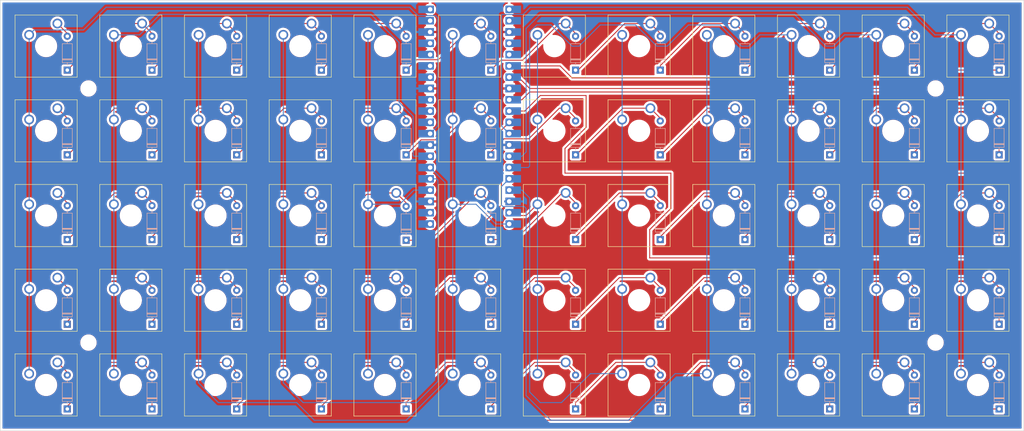
<source format=kicad_pcb>
(kicad_pcb (version 20211014) (generator pcbnew)
  (layers (0 "F.Cu" signal) (31 "B.Cu" signal) (34 "B.Paste" user) (35 "F.Paste" user) (36 "B.SilkS" user "B.Silkscreen") (37 "F.SilkS" user "F.Silkscreen") (38 "B.Mask" user) (39 "F.Mask" user) (44 "Edge.Cuts" user))
  (net 0 "")
  (net 1 "Net-(D1-Pad1)")
  (net 2 "Net-(D1-Pad2)")
  (net 3 "Net-(D2-Pad1)")
  (net 4 "Net-(D3-Pad1)")
  (net 5 "Net-(D4-Pad1)")
  (net 6 "Net-(D5-Pad1)")
  (net 7 "Net-(D6-Pad1)")
  (net 8 "Net-(D7-Pad1)")
  (net 9 "Net-(D8-Pad1)")
  (net 10 "Net-(D10-Pad1)")
  (net 11 "Net-(D11-Pad1)")
  (net 12 "Net-(D13-Pad1)")
  (net 13 "Net-(D13-Pad2)")
  (net 14 "Net-(D14-Pad1)")
  (net 15 "Net-(D15-Pad1)")
  (net 16 "Net-(D16-Pad1)")
  (net 17 "Net-(D17-Pad1)")
  (net 18 "Net-(D18-Pad1)")
  (net 19 "Net-(D19-Pad1)")
  (net 20 "Net-(D20-Pad1)")
  (net 21 "Net-(D22-Pad1)")
  (net 22 "Net-(D23-Pad1)")
  (net 23 "Net-(D24-Pad1)")
  (net 24 "Net-(D25-Pad1)")
  (net 25 "Net-(D25-Pad2)")
  (net 26 "Net-(D26-Pad1)")
  (net 27 "Net-(D27-Pad1)")
  (net 28 "Net-(D28-Pad1)")
  (net 29 "Net-(D29-Pad1)")
  (net 30 "Net-(D30-Pad1)")
  (net 31 "Net-(D31-Pad1)")
  (net 32 "Net-(D32-Pad1)")
  (net 33 "Net-(D33-Pad1)")
  (net 34 "Net-(D34-Pad1)")
  (net 35 "Net-(D35-Pad1)")
  (net 36 "Net-(D36-Pad1)")
  (net 37 "Net-(D37-Pad1)")
  (net 38 "Net-(D37-Pad2)")
  (net 39 "Net-(D38-Pad1)")
  (net 40 "Net-(D39-Pad1)")
  (net 41 "Net-(D40-Pad1)")
  (net 42 "Net-(D41-Pad1)")
  (net 43 "Net-(D42-Pad1)")
  (net 44 "Net-(D43-Pad1)")
  (net 45 "Net-(D44-Pad1)")
  (net 46 "Net-(D45-Pad1)")
  (net 47 "Net-(D46-Pad1)")
  (net 48 "Net-(D47-Pad1)")
  (net 49 "Net-(D48-Pad1)")
  (net 50 "Net-(SW21-Pad2)")
  (net 64 "Net-(D9-Pad1)")
  (net 65 "Net-(U1-Pad24)")
  (net 66 "Net-(D22-Pad2)")
  (net 67 "Net-(D49-Pad1)")
  (net 68 "Net-(SW49-Pad1)")
  (net 69 "Net-(D50-Pad1)")
  (net 70 "Net-(D51-Pad1)")
  (net 71 "Net-(D52-Pad1)")
  (net 72 "Net-(D53-Pad1)")
  (net 73 "Net-(D54-Pad1)")
  (net 74 "Net-(D55-Pad1)")
  (net 75 "Net-(D56-Pad1)")
  (net 76 "Net-(D57-Pad1)")
  (net 77 "Net-(D58-Pad1)")
  (net 78 "Net-(D59-Pad1)")
  (net 79 "Net-(D60-Pad1)")
  (net 80 "Net-(D12-Pad1)")
  (net 81 "Net-(SW1-Pad2)")
  (net 82 "Net-(SW14-Pad2)")
  (net 83 "Net-(SW15-Pad2)")
  (net 84 "Net-(SW16-Pad2)")
  (net 85 "Net-(SW30-Pad2)")
  (net 86 "Net-(SW31-Pad2)")
  (net 87 "Net-(SW32-Pad2)")
  (net 88 "Net-(SW22-Pad2)")
  (net 89 "Net-(SW23-Pad2)")
  (net 90 "Net-(SW24-Pad2)")
  (net 91 "GND")
  (footprint "Button_Switch_Keyboard:SW_Cherry_MX_1.00u_Plate" (layer "F.Cu") (at 143.03375 90.17)
    (fp_text reference "SW30" hide)
    (fp_text value "SW_SPST" hide)
  )
  (footprint "Button_Switch_Keyboard:SW_Cherry_MX_1.00u_Plate" (layer "F.Cu") (at 85.88375 71.12)
    (fp_text reference "SW15" hide)
    (fp_text value "SW_SPST" hide)
  )
  (footprint "Button_Switch_Keyboard:SW_Cherry_MX_1.00u_Plate" (layer "F.Cu") (at 257.33375 71.12)
    (fp_text reference "SW24" hide)
    (fp_text value "SW_SPST" hide)
  )
  (footprint "Button_Switch_Keyboard:SW_Cherry_MX_1.00u_Plate" (layer "F.Cu") (at 66.83375 90.17)
    (fp_text reference "SW26" hide)
    (fp_text value "SW_SPST" hide)
  )
  (footprint "Button_Switch_Keyboard:SW_Cherry_MX_1.00u_Plate" (layer "F.Cu") (at 162.08375 128.27)
    (fp_text reference "SW55" hide)
    (fp_text value "SW_SPST" hide)
  )
  (footprint "Button_Switch_Keyboard:SW_Cherry_MX_1.00u_Plate" (layer "F.Cu") (at 85.88375 90.17)
    (fp_text reference "SW27" hide)
    (fp_text value "SW_SPST" hide)
  )
  (footprint "Button_Switch_Keyboard:SW_Cherry_MX_1.00u_Plate" (layer "F.Cu") (at 257.33375 90.17)
    (fp_text reference "SW36" hide)
    (fp_text value "SW_SPST" hide)
  )
  (footprint "Button_Switch_Keyboard:SW_Cherry_MX_1.00u_Plate" (layer "F.Cu") (at 200.18375 109.22)
    (fp_text reference "SW45" hide)
    (fp_text value "SW_SPST" hide)
  )
  (footprint "Button_Switch_Keyboard:SW_Cherry_MX_1.00u_Plate" (layer "F.Cu") (at 123.98375 90.17)
    (fp_text reference "SW29" hide)
    (fp_text value "SW_SPST" hide)
  )
  (footprint "MountingHole:MountingHole_2.7mm_M2.5" (layer "F.Cu") (at 54.76875 123.825)
    (fp_text reference "REF**" hide)
    (fp_text value "MountingHole_2.7mm_M2.5" hide)
  )
  (footprint "Button_Switch_Keyboard:SW_Cherry_MX_1.00u_Plate" (layer "F.Cu") (at 66.83375 52.07)
    (fp_text reference "SW2" hide)
    (fp_text value "SW_SPST" hide)
  )
  (footprint "Button_Switch_Keyboard:SW_Cherry_MX_1.00u_Plate" (layer "F.Cu") (at 143.03375 52.07)
    (fp_text reference "SW6" hide)
    (fp_text value "SW_SPST" hide)
  )
  (footprint "Button_Switch_Keyboard:SW_Cherry_MX_1.00u_Plate" (layer "F.Cu") (at 238.28375 52.07)
    (fp_text reference "SW11" hide)
    (fp_text value "SW_SPST" hide)
  )
  (footprint "Button_Switch_Keyboard:SW_Cherry_MX_1.00u_Plate" (layer "F.Cu") (at 162.08375 109.22)
    (fp_text reference "SW43" hide)
    (fp_text value "SW_SPST" hide)
  )
  (footprint "Button_Switch_Keyboard:SW_Cherry_MX_1.00u_Plate" (layer "F.Cu") (at 104.93375 71.12)
    (fp_text reference "SW16" hide)
    (fp_text value "SW_SPST" hide)
  )
  (footprint "Button_Switch_Keyboard:SW_Cherry_MX_1.00u_Plate" (layer "F.Cu") (at 181.13375 71.12)
    (fp_text reference "SW20" hide)
    (fp_text value "SW_SPST" hide)
  )
  (footprint "Button_Switch_Keyboard:SW_Cherry_MX_1.00u_Plate" (layer "F.Cu") (at 200.18375 128.27)
    (fp_text reference "SW57" hide)
    (fp_text value "SW_SPST" hide)
  )
  (footprint "Button_Switch_Keyboard:SW_Cherry_MX_1.00u_Plate" (layer "F.Cu") (at 123.98375 128.27)
    (fp_text reference "SW53" hide)
    (fp_text value "SW_SPST" hide)
  )
  (footprint "Button_Switch_Keyboard:SW_Cherry_MX_1.00u_Plate" (layer "F.Cu") (at 47.78375 52.07)
    (fp_text reference "SW1" hide)
    (fp_text value "SW_SPST" hide)
  )
  (footprint "Button_Switch_Keyboard:SW_Cherry_MX_1.00u_Plate" (layer "F.Cu") (at 181.13375 109.22)
    (fp_text reference "SW44" hide)
    (fp_text value "SW_SPST" hide)
  )
  (footprint "Button_Switch_Keyboard:SW_Cherry_MX_1.00u_Plate" (layer "F.Cu") (at 181.13375 52.07)
    (fp_text reference "SW8" hide)
    (fp_text value "SW_SPST" hide)
  )
  (footprint "Button_Switch_Keyboard:SW_Cherry_MX_1.00u_Plate" (layer "F.Cu") (at 181.13375 128.27)
    (fp_text reference "SW56" hide)
    (fp_text value "SW_SPST" hide)
  )
  (footprint "Button_Switch_Keyboard:SW_Cherry_MX_1.00u_Plate" (layer "F.Cu") (at 162.08375 71.12)
    (fp_text reference "SW19" hide)
    (fp_text value "SW_SPST" hide)
  )
  (footprint "Button_Switch_Keyboard:SW_Cherry_MX_1.00u_Plate" (layer "F.Cu") (at 85.88375 52.07)
    (fp_text reference "SW3" hide)
    (fp_text value "SW_SPST" hide)
  )
  (footprint "Button_Switch_Keyboard:SW_Cherry_MX_1.00u_Plate" (layer "F.Cu") (at 219.23375 90.17)
    (fp_text reference "SW34" hide)
    (fp_text value "SW_SPST" hide)
  )
  (footprint "Button_Switch_Keyboard:SW_Cherry_MX_1.00u_Plate" (layer "F.Cu") (at 104.93375 128.27)
    (fp_text reference "SW52" hide)
    (fp_text value "SW_SPST" hide)
  )
  (footprint "Button_Switch_Keyboard:SW_Cherry_MX_1.00u_Plate" (layer "F.Cu") (at 143.03375 128.27)
    (fp_text reference "SW54" hide)
    (fp_text value "SW_SPST" hide)
  )
  (footprint "Button_Switch_Keyboard:SW_Cherry_MX_1.00u_Plate" (layer "F.Cu") (at 238.28375 90.17)
    (fp_text reference "SW35" hide)
    (fp_text value "SW_SPST" hide)
  )
  (footprint "Button_Switch_Keyboard:SW_Cherry_MX_1.00u_Plate" (layer "F.Cu") (at 200.18375 52.07)
    (fp_text reference "SW9" hide)
    (fp_text value "SW_SPST" hide)
  )
  (footprint "Button_Switch_Keyboard:SW_Cherry_MX_1.00u_Plate" (layer "F.Cu") (at 123.98375 71.12)
    (fp_text reference "SW17" hide)
    (fp_text value "SW_SPST" hide)
  )
  (footprint "Button_Switch_Keyboard:SW_Cherry_MX_1.00u_Plate" (layer "F.Cu") (at 123.98375 109.22)
    (fp_text reference "SW41" hide)
    (fp_text value "SW_SPST" hide)
  )
  (footprint "Button_Switch_Keyboard:SW_Cherry_MX_1.00u_Plate" (layer "F.Cu") (at 123.98375 52.07)
    (fp_text reference "SW5" hide)
    (fp_text value "SW_SPST" hide)
  )
  (footprint "Button_Switch_Keyboard:SW_Cherry_MX_1.00u_Plate" (layer "F.Cu") (at 238.28375 71.12)
    (fp_text reference "SW23" hide)
    (fp_text value "SW_SPST" hide)
  )
  (footprint "Button_Switch_Keyboard:SW_Cherry_MX_1.00u_Plate" (layer "F.Cu") (at 181.13375 90.17)
    (fp_text reference "SW32" hide)
    (fp_text value "SW_SPST" hide)
  )
  (footprint "Button_Switch_Keyboard:SW_Cherry_MX_1.00u_Plate" (layer "F.Cu") (at 257.33375 52.07)
    (fp_text reference "SW12" hide)
    (fp_text value "SW_SPST" hide)
  )
  (footprint "Button_Switch_Keyboard:SW_Cherry_MX_1.00u_Plate" (layer "F.Cu") (at 219.23375 52.07)
    (fp_text reference "SW10" hide)
    (fp_text value "SW_SPST" hide)
  )
  (footprint "MountingHole:MountingHole_2.7mm_M2.5" (layer "F.Cu") (at 245.26875 66.675)
    (fp_text reference "REF**" hide)
    (fp_text value "MountingHole_2.7mm_M2.5" hide)
  )
  (footprint "Button_Switch_Keyboard:SW_Cherry_MX_1.00u_Plate" (layer "F.Cu") (at 143.03375 109.22)
    (fp_text reference "SW42" hide)
    (fp_text value "SW_SPST" hide)
  )
  (footprint "MountingHole:MountingHole_2.7mm_M2.5" (layer "F.Cu") (at 54.76875 66.675)
    (fp_text reference "REF**" hide)
    (fp_text value "MountingHole_2.7mm_M2.5" hide)
  )
  (footprint "Button_Switch_Keyboard:SW_Cherry_MX_1.00u_Plate" (layer "F.Cu") (at 162.08375 52.07)
    (fp_text reference "SW7" hide)
    (fp_text value "SW_SPST" hide)
  )
  (footprint "Button_Switch_Keyboard:SW_Cherry_MX_1.00u_Plate" (layer "F.Cu") (at 200.18375 90.17)
    (fp_text reference "SW33" hide)
    (fp_text value "SW_SPST" hide)
  )
  (footprint "Button_Switch_Keyboard:SW_Cherry_MX_1.00u_Plate" (layer "F.Cu") (at 47.78375 128.27)
    (fp_text reference "SW49" hide)
    (fp_text value "SW_SPST" hide)
  )
  (footprint "Button_Switch_Keyboard:SW_Cherry_MX_1.00u_Plate" (layer "F.Cu") (at 66.83375 71.12)
    (fp_text reference "SW14" hide)
    (fp_text value "SW_SPST" hide)
  )
  (footprint "Button_Switch_Keyboard:SW_Cherry_MX_1.00u_Plate" (layer "F.Cu") (at 143.03375 71.12)
    (fp_text reference "SW18" hide)
    (fp_text value "SW_SPST" hide)
  )
  (footprint "Button_Switch_Keyboard:SW_Cherry_MX_1.00u_Plate" (layer "F.Cu") (at 104.93375 52.07)
    (fp_text reference "SW4" hide)
    (fp_text value "SW_SPST" hide)
  )
  (footprint "Button_Switch_Keyboard:SW_Cherry_MX_1.00u_Plate" (layer "F.Cu") (at 47.78375 90.17)
    (fp_text reference "SW25" hide)
    (fp_text value "SW_SPST" hide)
  )
  (footprint "Button_Switch_Keyboard:SW_Cherry_MX_1.00u_Plate" (layer "F.Cu") (at 66.83375 128.27)
    (fp_text reference "SW50" hide)
    (fp_text value "SW_SPST" hide)
  )
  (footprint "Button_Switch_Keyboard:SW_Cherry_MX_1.00u_Plate" (layer "F.Cu") (at 257.33375 128.27)
    (fp_text reference "SW60" hide)
    (fp_text value "SW_SPST" hide)
  )
  (footprint "Button_Switch_Keyboard:SW_Cherry_MX_1.00u_Plate" (layer "F.Cu") (at 162.08375 90.17)
    (fp_text reference "SW31" hide)
    (fp_text value "SW_SPST" hide)
  )
  (footprint "Button_Switch_Keyboard:SW_Cherry_MX_1.00u_Plate" (layer "F.Cu") (at 238.28375 109.22)
    (fp_text reference "SW47" hide)
    (fp_text value "SW_SPST" hide)
  )
  (footprint "Button_Switch_Keyboard:SW_Cherry_MX_1.00u_Plate" (layer "F.Cu") (at 47.78375 71.12)
    (fp_text reference "SW13" hide)
    (fp_text value "SW_SPST" hide)
  )
  (footprint "Button_Switch_Keyboard:SW_Cherry_MX_1.00u_Plate" (layer "F.Cu") (at 257.33375 109.22)
    (fp_text reference "SW48" hide)
    (fp_text value "SW_SPST" hide)
  )
  (footprint "Button_Switch_Keyboard:SW_Cherry_MX_1.00u_Plate" (layer "F.Cu") (at 219.23375 128.27)
    (fp_text reference "SW58" hide)
    (fp_text value "SW_SPST" hide)
  )
  (footprint "Button_Switch_Keyboard:SW_Cherry_MX_1.00u_Plate" (layer "F.Cu") (at 104.93375 90.17)
    (fp_text reference "SW28" hide)
    (fp_text value "SW_SPST" hide)
  )
  (footprint "Button_Switch_Keyboard:SW_Cherry_MX_1.00u_Plate" (layer "F.Cu") (at 85.88375 109.22)
    (fp_text reference "SW39" hide)
    (fp_text value "SW_SPST" hide)
  )
  (footprint "Button_Switch_Keyboard:SW_Cherry_MX_1.00u_Plate" (layer "F.Cu") (at 219.23375 109.22)
    (fp_text reference "SW46" hide)
    (fp_text value "SW_SPST" hide)
  )
  (footprint "MountingHole:MountingHole_2.7mm_M2.5" (layer "F.Cu") (at 245.26875 123.825)
    (fp_text reference "REF**" hide)
    (fp_text value "MountingHole_2.7mm_M2.5" hide)
  )
  (footprint "Button_Switch_Keyboard:SW_Cherry_MX_1.00u_Plate" (layer "F.Cu") (at 104.93375 109.22)
    (fp_text reference "SW40" hide)
    (fp_text value "SW_SPST" hide)
  )
  (footprint "Button_Switch_Keyboard:SW_Cherry_MX_1.00u_Plate" (layer "F.Cu") (at 85.88375 128.27)
    (fp_text reference "SW51" hide)
    (fp_text value "SW_SPST" hide)
  )
  (footprint "Button_Switch_Keyboard:SW_Cherry_MX_1.00u_Plate" (layer "F.Cu") (at 66.83375 109.22)
    (fp_text reference "SW38" hide)
    (fp_text value "SW_SPST" hide)
  )
  (footprint "Button_Switch_Keyboard:SW_Cherry_MX_1.00u_Plate" (layer "F.Cu") (at 47.78375 109.22)
    (fp_text reference "SW37" hide)
    (fp_text value "SW_SPST" hide)
  )
  (footprint "Button_Switch_Keyboard:SW_Cherry_MX_1.00u_Plate" (layer "F.Cu") (at 219.23375 71.12)
    (fp_text reference "SW22" hide)
    (fp_text value "SW_SPST" hide)
  )
  (footprint "Button_Switch_Keyboard:SW_Cherry_MX_1.00u_Plate" (layer "F.Cu") (at 200.18375 71.12)
    (fp_text reference "SW21" hide)
    (fp_text value "SW_SPST" hide)
  )
  (footprint "Button_Switch_Keyboard:SW_Cherry_MX_1.00u_Plate" (layer "F.Cu") (at 238.28375 128.27)
    (fp_text reference "SW59" hide)
    (fp_text value "SW_SPST" hide)
  )
  (footprint "Diode_THT:D_DO-35_SOD27_P7.62mm_Horizontal" (layer "B.Cu") (at 88.10625 81.5975 90)
    (fp_text reference "D15" hide)
    (fp_text value "1N4148" hide)
  )
  (footprint "Diode_THT:D_DO-35_SOD27_P7.62mm_Horizontal" (layer "B.Cu") (at 107.15625 81.5975 90)
    (fp_text reference "D16" hide)
    (fp_text value "1N4148" hide)
  )
  (footprint "Diode_THT:D_DO-35_SOD27_P7.62mm_Horizontal" (layer "B.Cu") (at 183.35625 62.5475 90)
    (fp_text reference "D8" hide)
    (fp_text value "1N4148" hide)
  )
  (footprint "Diode_THT:D_DO-35_SOD27_P7.62mm_Horizontal" (layer "B.Cu") (at 259.55625 62.5475 90)
    (fp_text reference "D12" hide)
    (fp_text value "1N4148" hide)
  )
  (footprint "Diode_THT:D_DO-35_SOD27_P7.62mm_Horizontal" (layer "B.Cu") (at 202.40625 62.5475 90)
    (fp_text reference "D9" hide)
    (fp_text value "1N4148" hide)
  )
  (footprint "Diode_THT:D_DO-35_SOD27_P7.62mm_Horizontal" (layer "B.Cu") (at 88.10625 119.6975 90)
    (fp_text reference "D39" hide)
    (fp_text value "1N4148" hide)
  )
  (footprint "Diode_THT:D_DO-35_SOD27_P7.62mm_Horizontal" (layer "B.Cu") (at 69.05625 138.7475 90)
    (fp_text reference "D50" hide)
    (fp_text value "1N4148" hide)
  )
  (footprint "Diode_THT:D_DO-35_SOD27_P7.62mm_Horizontal" (layer "B.Cu") (at 88.10625 100.6475 90)
    (fp_text reference "D27" hide)
    (fp_text value "1N4148" hide)
  )
  (footprint "Diode_THT:D_DO-35_SOD27_P7.62mm_Horizontal" (layer "B.Cu") (at 240.50625 62.5475 90)
    (fp_text reference "D11" hide)
    (fp_text value "1N4148" hide)
  )
  (footprint "Diode_THT:D_DO-35_SOD27_P7.62mm_Horizontal" (layer "B.Cu") (at 240.50625 81.5975 90)
    (fp_text reference "D23" hide)
    (fp_text value "1N4148" hide)
  )
  (footprint "Diode_THT:D_DO-35_SOD27_P7.62mm_Horizontal" (layer "B.Cu") (at 126.20625 81.5975 90)
    (fp_text reference "D17" hide)
    (fp_text value "1N4148" hide)
  )
  (footprint "Diode_THT:D_DO-35_SOD27_P7.62mm_Horizontal" (layer "B.Cu") (at 88.10625 62.5475 90)
    (fp_text reference "D3" hide)
    (fp_text value "1N4148" hide)
  )
  (footprint "Diode_THT:D_DO-35_SOD27_P7.62mm_Horizontal" (layer "B.Cu") (at 259.55625 119.6975 90)
    (fp_text reference "D48" hide)
    (fp_text value "1N4148" hide)
  )
  (footprint "Diode_THT:D_DO-35_SOD27_P7.62mm_Horizontal" (layer "B.Cu") (at 259.55625 138.7475 90)
    (fp_text reference "D60" hide)
    (fp_text value "1N4148" hide)
  )
  (footprint "Diode_THT:D_DO-35_SOD27_P7.62mm_Horizontal" (layer "B.Cu") (at 221.45625 100.6475 90)
    (fp_text reference "D34" hide)
    (fp_text value "1N4148" hide)
  )
  (footprint "Diode_THT:D_DO-35_SOD27_P7.62mm_Horizontal" (layer "B.Cu") (at 240.50625 100.6475 90)
    (fp_text reference "D35" hide)
    (fp_text value "1N4148" hide)
  )
  (footprint "Diode_THT:D_DO-35_SOD27_P7.62mm_Horizontal" (layer "B.Cu") (at 107.15625 62.5475 90)
    (fp_text reference "D4" hide)
    (fp_text value "1N4148" hide)
  )
  (footprint "Diode_THT:D_DO-35_SOD27_P7.62mm_Horizontal" (layer "B.Cu") (at 69.05625 62.5475 90)
    (fp_text reference "D2" hide)
    (fp_text value "1N4148" hide)
  )
  (footprint "Diode_THT:D_DO-35_SOD27_P7.62mm_Horizontal" (layer "B.Cu") (at 183.35625 81.5975 90)
    (fp_text reference "D20" hide)
    (fp_text value "1N4148" hide)
  )
  (footprint "Diode_THT:D_DO-35_SOD27_P7.62mm_Horizontal" (layer "B.Cu") (at 240.50625 119.6975 90)
    (fp_text reference "D47" hide)
    (fp_text value "1N4148" hide)
  )
  (footprint "Diode_THT:D_DO-35_SOD27_P7.62mm_Horizontal" (layer "B.Cu") (at 50.00625 138.7475 90)
    (fp_text reference "D49" hide)
    (fp_text value "1N4148" hide)
  )
  (footprint "Diode_THT:D_DO-35_SOD27_P7.62mm_Horizontal" (layer "B.Cu") (at 221.45625 119.6975 90)
    (fp_text reference "D46" hide)
    (fp_text value "1N4148" hide)
  )
  (footprint "Diode_THT:D_DO-35_SOD27_P7.62mm_Horizontal" (layer "B.Cu") (at 145.25625 81.5975 90)
    (fp_text reference "D18" hide)
    (fp_text value "1N4148" hide)
  )
  (footprint "Diode_THT:D_DO-35_SOD27_P7.62mm_Horizontal" (layer "B.Cu") (at 126.20625 62.5475 90)
    (fp_text reference "D5" hide)
    (fp_text value "1N4148" hide)
  )
  (footprint "Diode_THT:D_DO-35_SOD27_P7.62mm_Horizontal" (layer "B.Cu") (at 202.40625 100.6475 90)
    (fp_text reference "D33" hide)
    (fp_text value "1N4148" hide)
  )
  (footprint "Diode_THT:D_DO-35_SOD27_P7.62mm_Horizontal" (layer "B.Cu") (at 164.30625 62.5475 90)
    (fp_text reference "D7" hide)
    (fp_text value "1N4148" hide)
  )
  (footprint "Diode_THT:D_DO-35_SOD27_P7.62mm_Horizontal" (layer "B.Cu") (at 145.25625 62.5475 90)
    (fp_text reference "D6" hide)
    (fp_text value "1N4148" hide)
  )
  (footprint "Diode_THT:D_DO-35_SOD27_P7.62mm_Horizontal" (layer "B.Cu") (at 221.45625 62.5475 90)
    (fp_text reference "D10" hide)
    (fp_text value "1N4148" hide)
  )
  (footprint "Diode_THT:D_DO-35_SOD27_P7.62mm_Horizontal" (layer "B.Cu") (at 164.30625 81.5975 90)
    (fp_text reference "D19" hide)
    (fp_text value "1N4148" hide)
  )
  (footprint "Diode_THT:D_DO-35_SOD27_P7.62mm_Horizontal" (layer "B.Cu") (at 145.25625 100.6475 90)
    (fp_text reference "D30" hide)
    (fp_text value "1N4148" hide)
  )
  (footprint "Pico:RPi_Pico_SMD_TH" (layer "B.Cu") (at 140.49375 73.025 180)
    (fp_text reference "U1" hide)
    (fp_text value "Pico" hide)
  )
  (footprint "Diode_THT:D_DO-35_SOD27_P7.62mm_Horizontal" (layer "B.Cu") (at 50.00625 119.6975 90)
    (fp_text reference "D37" hide)
    (fp_text value "1N4148" hide)
  )
  (footprint "Diode_THT:D_DO-35_SOD27_P7.62mm_Horizontal" (layer "B.Cu") (at 221.45625 138.7475 90)
    (fp_text reference "D58" hide)
    (fp_text value "1N4148" hide)
  )
  (footprint "Diode_THT:D_DO-35_SOD27_P7.62mm_Horizontal" (layer "B.Cu") (at 88.10625 138.7475 90)
    (fp_text reference "D51" hide)
    (fp_text value "1N4148" hide)
  )
  (footprint "Diode_THT:D_DO-35_SOD27_P7.62mm_Horizontal" (layer "B.Cu") (at 183.35625 100.6475 90)
    (fp_text reference "D32" hide)
    (fp_text value "1N4148" hide)
  )
  (footprint "Diode_THT:D_DO-35_SOD27_P7.62mm_Horizontal" (layer "B.Cu") (at 164.30625 100.6475 90)
    (fp_text reference "D31" hide)
    (fp_text value "1N4148" hide)
  )
  (footprint "Diode_THT:D_DO-35_SOD27_P7.62mm_Horizontal" (layer "B.Cu") (at 164.30625 119.6975 90)
    (fp_text reference "D43" hide)
    (fp_text value "1N4148" hide)
  )
  (footprint "Diode_THT:D_DO-35_SOD27_P7.62mm_Horizontal" (layer "B.Cu") (at 202.40625 119.6975 90)
    (fp_text reference "D45" hide)
    (fp_text value "1N4148" hide)
  )
  (footprint "Diode_THT:D_DO-35_SOD27_P7.62mm_Horizontal" (layer "B.Cu") (at 107.15625 119.6975 90)
    (fp_text reference "D40" hide)
    (fp_text value "1N4148" hide)
  )
  (footprint "Diode_THT:D_DO-35_SOD27_P7.62mm_Horizontal" (layer "B.Cu") (at 145.25625 119.6975 90)
    (fp_text reference "D42" hide)
    (fp_text value "1N4148" hide)
  )
  (footprint "Diode_THT:D_DO-35_SOD27_P7.62mm_Horizontal" (layer "B.Cu") (at 126.20625 119.6975 90)
    (fp_text reference "D41" hide)
    (fp_text value "1N4148" hide)
  )
  (footprint "Diode_THT:D_DO-35_SOD27_P7.62mm_Horizontal" (layer "B.Cu") (at 202.40625 81.5975 90)
    (fp_text reference "D21" hide)
    (fp_text value "1N4148" hide)
  )
  (footprint "Diode_THT:D_DO-35_SOD27_P7.62mm_Horizontal" (layer "B.Cu") (at 107.15625 100.6475 90)
    (fp_text reference "D28" hide)
    (fp_text value "1N4148" hide)
  )
  (footprint "Diode_THT:D_DO-35_SOD27_P7.62mm_Horizontal" (layer "B.Cu") (at 259.55625 100.6475 90)
    (fp_text reference "D36" hide)
    (fp_text value "1N4148" hide)
  )
  (footprint "Diode_THT:D_DO-35_SOD27_P7.62mm_Horizontal" (layer "B.Cu") (at 69.05625 119.6975 90)
    (fp_text reference "D38" hide)
    (fp_text value "1N4148" hide)
  )
  (footprint "Diode_THT:D_DO-35_SOD27_P7.62mm_Horizontal" (layer "B.Cu") (at 126.20625 100.80625 90)
    (fp_text reference "D29" hide)
    (fp_text value "1N4148" hide)
  )
  (footprint "Diode_THT:D_DO-35_SOD27_P7.62mm_Horizontal" (layer "B.Cu") (at 164.30625 138.7475 90)
    (fp_text reference "D55" hide)
    (fp_text value "1N4148" hide)
  )
  (footprint "Diode_THT:D_DO-35_SOD27_P7.62mm_Horizontal" (layer "B.Cu") (at 50.00625 100.6475 90)
    (fp_text reference "D25" hide)
    (fp_text value "1N4148" hide)
  )
  (footprint "Diode_THT:D_DO-35_SOD27_P7.62mm_Horizontal" (layer "B.Cu") (at 107.15625 138.7475 90)
    (fp_text reference "D52" hide)
    (fp_text value "1N4148" hide)
  )
  (footprint "Diode_THT:D_DO-35_SOD27_P7.62mm_Horizontal" (layer "B.Cu") (at 202.40625 138.7475 90)
    (fp_text reference "D57" hide)
    (fp_text value "1N4148" hide)
  )
  (footprint "Diode_THT:D_DO-35_SOD27_P7.62mm_Horizontal" (layer "B.Cu") (at 126.20625 138.7475 90)
    (fp_text reference "D53" hide)
    (fp_text value "1N4148" hide)
  )
  (footprint "Diode_THT:D_DO-35_SOD27_P7.62mm_Horizontal" (layer "B.Cu") (at 145.25625 138.7475 90)
    (fp_text reference "D54" hide)
    (fp_text value "1N4148" hide)
  )
  (footprint "Diode_THT:D_DO-35_SOD27_P7.62mm_Horizontal" (layer "B.Cu") (at 50.00625 62.5475 90)
    (fp_text reference "D1" hide)
    (fp_text value "1N4148" hide)
  )
  (footprint "Diode_THT:D_DO-35_SOD27_P7.62mm_Horizontal" (layer "B.Cu") (at 259.55625 81.5975 90)
    (fp_text reference "D24" hide)
    (fp_text value "1N4148" hide)
  )
  (footprint "Diode_THT:D_DO-35_SOD27_P7.62mm_Horizontal" (layer "B.Cu") (at 69.05625 81.5975 90)
    (fp_text reference "D14" hide)
    (fp_text value "1N4148" hide)
  )
  (footprint "Diode_THT:D_DO-35_SOD27_P7.62mm_Horizontal" (layer "B.Cu") (at 50.00625 81.5975 90)
    (fp_text reference "D13" hide)
    (fp_text value "1N4148" hide)
  )
  (footprint "Diode_THT:D_DO-35_SOD27_P7.62mm_Horizontal" (layer "B.Cu") (at 69.05625 100.6475 90)
    (fp_text reference "D26" hide)
    (fp_text value "1N4148" hide)
  )
  (footprint "Diode_THT:D_DO-35_SOD27_P7.62mm_Horizontal" (layer "B.Cu") (at 183.35625 138.7475 90)
    (fp_text reference "D56" hide)
    (fp_text value "1N4148" hide)
  )
  (footprint "Diode_THT:D_DO-35_SOD27_P7.62mm_Horizontal" (layer "B.Cu") (at 183.35625 119.6975 90)
    (fp_text reference "D44" hide)
    (fp_text value "1N4148" hide)
  )
  (footprint "Diode_THT:D_DO-35_SOD27_P7.62mm_Horizontal" (layer "B.Cu") (at 240.50625 138.7475 90)
    (fp_text reference "D59" hide)
    (fp_text value "1N4148" hide)
  )
  (footprint "Diode_THT:D_DO-35_SOD27_P7.62mm_Horizontal" (layer "B.Cu") (at 221.45625 81.5975 90)
    (fp_text reference "D22" hide)
    (fp_text value "1N4148" hide)
  )
  (gr_rect (start 265.1125 143.66875) (end 34.925 46.83125) (layer "Edge.Cuts") (width 0.1) (fill none))
  (segment (start 66.83375 52.07) (end 69.05625 54.2925) (width 0.2032) (layer "F.Cu") (net 1))
  (segment (start 50.00625 62.5475) (end 60.48375 52.07) (width 0.2032) (layer "F.Cu") (net 1))
  (segment (start 69.05625 54.2925) (end 69.05625 54.9275) (width 0.2032) (layer "F.Cu") (net 1))
  (segment (start 60.48375 52.07) (end 66.83375 52.07) (width 0.2032) (layer "F.Cu") (net 1))
  (segment (start 47.78375 52.07) (end 50.00625 54.2925) (width 0.2032) (layer "F.Cu") (net 2))
  (segment (start 50.00625 54.2925) (end 50.00625 54.9275) (width 0.2032) (layer "F.Cu") (net 2))
  (segment (start 88.10625 54.2925) (end 88.10625 54.9275) (width 0.2032) (layer "F.Cu") (net 3))
  (segment (start 69.05625 62.5475) (end 79.53375 52.07) (width 0.2032) (layer "F.Cu") (net 3))
  (segment (start 85.88375 52.07) (end 88.10625 54.2925) (width 0.2032) (layer "F.Cu") (net 3))
  (segment (start 79.53375 52.07) (end 85.88375 52.07) (width 0.2032) (layer "F.Cu") (net 3))
  (segment (start 107.15625 54.2925) (end 107.15625 54.9275) (width 0.2032) (layer "F.Cu") (net 4))
  (segment (start 98.58375 52.07) (end 104.93375 52.07) (width 0.2032) (layer "F.Cu") (net 4))
  (segment (start 88.10625 62.5475) (end 98.58375 52.07) (width 0.2032) (layer "F.Cu") (net 4))
  (segment (start 104.93375 52.07) (end 107.15625 54.2925) (width 0.2032) (layer "F.Cu") (net 4))
  (segment (start 107.15625 62.5475) (end 117.63375 52.07) (width 0.2032) (layer "F.Cu") (net 5))
  (segment (start 123.98375 52.07) (end 126.20625 54.2925) (width 0.2032) (layer "F.Cu") (net 5))
  (segment (start 126.20625 54.2925) (end 126.20625 54.9275) (width 0.2032) (layer "F.Cu") (net 5))
  (segment (start 117.63375 52.07) (end 123.98375 52.07) (width 0.2032) (layer "F.Cu") (net 5))
  (segment (start 145.25625 54.2925) (end 145.25625 54.9275) (width 0.2032) (layer "F.Cu") (net 6))
  (segment (start 143.03375 52.07) (end 145.25625 54.2925) (width 0.2032) (layer "F.Cu") (net 6))
  (segment (start 141.605 52.07) (end 143.03375 52.07) (width 0.2032) (layer "F.Cu") (net 6))
  (segment (start 133.4684 60.2066) (end 141.605 52.07) (width 0.2032) (layer "F.Cu") (net 6))
  (segment (start 126.20625 62.5475) (end 128.54715 60.2066) (width 0.2032) (layer "F.Cu") (net 6))
  (segment (start 128.54715 60.2066) (end 133.4684 60.2066) (width 0.2032) (layer "F.Cu") (net 6))
  (segment (start 147.47875 60.325) (end 152.4 60.325) (width 0.2032) (layer "F.Cu") (net 7))
  (segment (start 152.4 60.325) (end 160.655 52.07) (width 0.2032) (layer "F.Cu") (net 7))
  (segment (start 160.655 52.07) (end 162.08375 52.07) (width 0.2032) (layer "F.Cu") (net 7))
  (segment (start 145.25625 62.5475) (end 147.47875 60.325) (width 0.2032) (layer "F.Cu") (net 7))
  (segment (start 162.08375 52.07) (end 164.30625 54.2925) (width 0.2032) (layer "F.Cu") (net 7))
  (segment (start 164.30625 54.2925) (end 164.30625 54.9275) (width 0.2032) (layer "F.Cu") (net 7))
  (segment (start 181.13375 52.07) (end 183.35625 54.2925) (width 0.2032) (layer "F.Cu") (net 8))
  (segment (start 164.864088 62.5475) (end 175.341588 52.07) (width 0.2032) (layer "F.Cu") (net 8))
  (segment (start 175.341588 52.07) (end 181.13375 52.07) (width 0.2032) (layer "F.Cu") (net 8))
  (segment (start 164.30625 62.5475) (end 164.864088 62.5475) (width 0.2032) (layer "F.Cu") (net 8))
  (segment (start 183.35625 54.2925) (end 183.35625 54.9275) (width 0.2032) (layer "F.Cu") (net 8))
  (segment (start 200.18375 52.07) (end 202.40625 54.2925) (width 0.2032) (layer "F.Cu") (net 9))
  (segment (start 183.35625 61.5443) (end 192.83055 52.07) (width 0.2032) (layer "F.Cu") (net 9))
  (segment (start 183.35625 62.5475) (end 183.35625 61.5443) (width 0.2032) (layer "F.Cu") (net 9))
  (segment (start 192.83055 52.07) (end 200.18375 52.07) (width 0.2032) (layer "F.Cu") (net 9))
  (segment (start 202.40625 54.2925) (end 202.40625 54.9275) (width 0.2032) (layer "F.Cu") (net 9))
  (segment (start 240.50625 54.2925) (end 240.50625 54.9275) (width 0.2032) (layer "F.Cu") (net 10))
  (segment (start 238.28375 52.07) (end 240.50625 54.2925) (width 0.2032) (layer "F.Cu") (net 10))
  (segment (start 231.93375 52.07) (end 238.28375 52.07) (width 0.2032) (layer "F.Cu") (net 10))
  (segment (start 221.45625 62.5475) (end 231.93375 52.07) (width 0.2032) (layer "F.Cu") (net 10))
  (segment (start 259.55625 54.2925) (end 259.55625 54.9275) (width 0.2032) (layer "F.Cu") (net 11))
  (segment (start 250.34875 52.07) (end 257.33375 52.07) (width 0.2032) (layer "F.Cu") (net 11))
  (segment (start 257.33375 52.07) (end 259.55625 54.2925) (width 0.2032) (layer "F.Cu") (net 11))
  (segment (start 240.50625 62.5475) (end 240.50625 61.9125) (width 0.2032) (layer "F.Cu") (net 11))
  (segment (start 240.50625 61.9125) (end 250.34875 52.07) (width 0.2032) (layer "F.Cu") (net 11))
  (segment (start 69.05625 73.3425) (end 69.05625 73.9775) (width 0.2032) (layer "F.Cu") (net 12))
  (segment (start 66.83375 71.12) (end 69.05625 73.3425) (width 0.2032) (layer "F.Cu") (net 12))
  (segment (start 50.00625 81.5975) (end 50.165 81.5975) (width 0.2032) (layer "F.Cu") (net 12))
  (segment (start 60.6425 71.12) (end 66.83375 71.12) (width 0.2032) (layer "F.Cu") (net 12))
  (segment (start 50.165 81.5975) (end 60.6425 71.12) (width 0.2032) (layer "F.Cu") (net 12))
  (segment (start 50.00625 73.3425) (end 50.00625 73.9775) (width 0.2032) (layer "F.Cu") (net 13))
  (segment (start 47.78375 71.12) (end 50.00625 73.3425) (width 0.2032) (layer "F.Cu") (net 13))
  (segment (start 69.05625 81.5975) (end 69.215 81.5975) (width 0.2032) (layer "F.Cu") (net 14))
  (segment (start 69.215 81.5975) (end 79.6925 71.12) (width 0.2032) (layer "F.Cu") (net 14))
  (segment (start 85.88375 71.12) (end 88.10625 73.3425) (width 0.2032) (layer "F.Cu") (net 14))
  (segment (start 88.10625 73.3425) (end 88.10625 73.9775) (width 0.2032) (layer "F.Cu") (net 14))
  (segment (start 79.6925 71.12) (end 85.88375 71.12) (width 0.2032) (layer "F.Cu") (net 14))
  (segment (start 98.7425 71.12) (end 104.93375 71.12) (width 0.2032) (layer "F.Cu") (net 15))
  (segment (start 88.265 81.5975) (end 98.7425 71.12) (width 0.2032) (layer "F.Cu") (net 15))
  (segment (start 107.15625 73.3425) (end 107.15625 73.9775) (width 0.2032) (layer "F.Cu") (net 15))
  (segment (start 88.10625 81.5975) (end 88.265 81.5975) (width 0.2032) (layer "F.Cu") (net 15))
  (segment (start 104.93375 71.12) (end 107.15625 73.3425) (width 0.2032) (layer "F.Cu") (net 15))
  (segment (start 116.99875 71.12) (end 123.98375 71.12) (width 0.2032) (layer "F.Cu") (net 16))
  (segment (start 123.98375 71.12) (end 126.20625 73.3425) (width 0.2032) (layer "F.Cu") (net 16))
  (segment (start 126.20625 73.3425) (end 126.20625 73.9775) (width 0.2032) (layer "F.Cu") (net 16))
  (segment (start 107.15625 81.5975) (end 107.15625 80.9625) (width 0.2032) (layer "F.Cu") (net 16))
  (segment (start 107.15625 80.9625) (end 116.99875 71.12) (width 0.2032) (layer "F.Cu") (net 16))
  (segment (start 143.03375 71.12) (end 145.25625 73.3425) (width 0.2032) (layer "F.Cu") (net 17))
  (segment (start 145.25625 73.3425) (end 145.25625 73.9775) (width 0.2032) (layer "F.Cu") (net 17))
  (segment (start 141.605 71.12) (end 143.03375 71.12) (width 0.2032) (layer "F.Cu") (net 17))
  (segment (start 126.20625 81.5975) (end 129.58035 78.2234) (width 0.2032) (layer "F.Cu") (net 17))
  (segment (start 129.58035 78.2234) (end 134.5016 78.2234) (width 0.2032) (layer "F.Cu") (net 17))
  (segment (start 134.5016 78.2234) (end 141.605 71.12) (width 0.2032) (layer "F.Cu") (net 17))
  (segment (start 160.655 71.12) (end 162.08375 71.12) (width 0.2032) (layer "F.Cu") (net 18))
  (segment (start 164.30625 73.3425) (end 164.30625 73.9775) (width 0.2032) (layer "F.Cu") (net 18))
  (segment (start 148.23215 77.9866) (end 153.7884 77.9866) (width 0.2032) (layer "F.Cu") (net 18))
  (segment (start 145.25625 81.5975) (end 145.25625 80.9625) (width 0.2032) (layer "F.Cu") (net 18))
  (segment (start 162.08375 71.12) (end 164.30625 73.3425) (width 0.2032) (layer "F.Cu") (net 18))
  (segment (start 153.7884 77.9866) (end 160.655 71.12) (width 0.2032) (layer "F.Cu") (net 18))
  (segment (start 145.25625 80.9625) (end 148.23215 77.9866) (width 0.2032) (layer "F.Cu") (net 18))
  (segment (start 164.30625 81.5975) (end 164.465 81.5975) (width 0.2032) (layer "F.Cu") (net 19))
  (segment (start 181.13375 71.12) (end 183.35625 73.3425) (width 0.2032) (layer "F.Cu") (net 19))
  (segment (start 164.465 81.5975) (end 174.9425 71.12) (width 0.2032) (layer "F.Cu") (net 19))
  (segment (start 174.9425 71.12) (end 181.13375 71.12) (width 0.2032) (layer "F.Cu") (net 19))
  (segment (start 183.35625 73.3425) (end 183.35625 73.9775) (width 0.2032) (layer "F.Cu") (net 19))
  (segment (start 193.9925 71.12) (end 200.18375 71.12) (width 0.2032) (layer "F.Cu") (net 20))
  (segment (start 183.35625 81.5975) (end 183.515 81.5975) (width 0.2032) (layer "F.Cu") (net 20))
  (segment (start 183.515 81.5975) (end 193.9925 71.12) (width 0.2032) (layer "F.Cu") (net 20))
  (segment (start 202.40625 73.3425) (end 202.40625 73.9775) (width 0.2032) (layer "F.Cu") (net 20))
  (segment (start 200.18375 71.12) (end 202.40625 73.3425) (width 0.2032) (layer "F.Cu") (net 20))
  (segment (start 240.50625 73.3425) (end 240.50625 73.9775) (width 0.2032) (layer "F.Cu") (net 21))
  (segment (start 221.45625 81.5975) (end 221.615 81.5975) (width 0.2032) (layer "F.Cu") (net 21))
  (segment (start 221.615 81.5975) (end 232.0925 71.12) (width 0.2032) (layer "F.Cu") (net 21))
  (segment (start 232.0925 71.12) (end 238.28375 71.12) (width 0.2032) (layer "F.Cu") (net 21))
  (segment (start 238.28375 71.12) (end 240.50625 73.3425) (width 0.2032) (layer "F.Cu") (net 21))
  (segment (start 257.33375 71.12) (end 259.55625 73.3425) (width 0.2032) (layer "F.Cu") (net 22))
  (segment (start 240.50625 81.5975) (end 240.50625 80.9625) (width 0.2032) (layer "F.Cu") (net 22))
  (segment (start 259.55625 73.3425) (end 259.55625 73.9775) (width 0.2032) (layer "F.Cu") (net 22))
  (segment (start 240.50625 80.9625) (end 250.34875 71.12) (width 0.2032) (layer "F.Cu") (net 22))
  (segment (start 250.34875 71.12) (end 257.33375 71.12) (width 0.2032) (layer "F.Cu") (net 22))
  (segment (start 242.8875 70.64375) (end 238.91875 66.675) (width 0.2032) (layer "F.Cu") (net 23))
  (segment (start 247.65 70.64375) (end 242.8875 70.64375) (width 0.2032) (layer "F.Cu") (net 23))
  (segment (start 151.4475 64.135) (end 149.38375 64.135) (width 0.2032) (layer "F.Cu") (net 23))
  (segment (start 249.2375 69.05625) (end 247.65 70.64375) (width 0.2032) (layer "F.Cu") (net 23))
  (segment (start 261.9375 73.81875) (end 261.9375 70.64375) (width 0.2032) (layer "F.Cu") (net 23))
  (segment (start 153.9875 66.675) (end 238.91875 66.675) (width 0.2032) (layer "F.Cu") (net 23))
  (segment (start 260.35 69.05625) (end 249.2375 69.05625) (width 0.2032) (layer "F.Cu") (net 23))
  (segment (start 259.55625 76.2) (end 261.9375 73.81875) (width 0.2032) (layer "F.Cu") (net 23))
  (segment (start 153.9875 66.675) (end 151.4475 64.135) (width 0.2032) (layer "F.Cu") (net 23))
  (segment (start 261.9375 70.64375) (end 260.35 69.05625) (width 0.2032) (layer "F.Cu") (net 23))
  (segment (start 259.55625 81.5975) (end 259.55625 76.2) (width 0.2032) (layer "F.Cu") (net 23))
  (segment (start 66.83375 90.17) (end 69.05625 92.3925) (width 0.2032) (layer "F.Cu") (net 24))
  (segment (start 60.6425 90.17) (end 66.83375 90.17) (width 0.2032) (layer "F.Cu") (net 24))
  (segment (start 50.00625 100.6475) (end 50.165 100.6475) (width 0.2032) (layer "F.Cu") (net 24))
  (segment (start 69.05625 92.3925) (end 69.05625 93.0275) (width 0.2032) (layer "F.Cu") (net 24))
  (segment (start 50.165 100.6475) (end 60.6425 90.17) (width 0.2032) (layer "F.Cu") (net 24))
  (segment (start 47.78375 90.17) (end 50.00625 92.3925) (width 0.2032) (layer "F.Cu") (net 25))
  (segment (start 50.00625 92.3925) (end 50.00625 93.0275) (width 0.2032) (layer "F.Cu") (net 25))
  (segment (start 85.88375 90.17) (end 88.10625 92.3925) (width 0.2032) (layer "F.Cu") (net 26))
  (segment (start 78.89875 90.17) (end 85.88375 90.17) (width 0.2032) (layer "F.Cu") (net 26))
  (segment (start 69.05625 100.6475) (end 69.05625 100.0125) (width 0.2032) (layer "F.Cu") (net 26))
  (segment (start 88.10625 92.3925) (end 88.10625 93.0275) (width 0.2032) (layer "F.Cu") (net 26))
  (segment (start 69.05625 100.0125) (end 78.89875 90.17) (width 0.2032) (layer "F.Cu") (net 26))
  (segment (start 104.93375 90.17) (end 107.15625 92.3925) (width 0.2032) (layer "F.Cu") (net 27))
  (segment (start 97.94875 90.17) (end 104.93375 90.17) (width 0.2032) (layer "F.Cu") (net 27))
  (segment (start 107.15625 92.3925) (end 107.15625 93.0275) (width 0.2032) (layer "F.Cu") (net 27))
  (segment (start 88.10625 100.6475) (end 88.10625 100.0125) (width 0.2032) (layer "F.Cu") (net 27))
  (segment (start 88.10625 100.0125) (end 97.94875 90.17) (width 0.2032) (layer "F.Cu") (net 27))
  (segment (start 118.58625 90.17) (end 123.98375 90.17) (width 0.2032) (layer "F.Cu") (net 28))
  (segment (start 123.98375 90.17) (end 126.20625 92.3925) (width 0.2032) (layer "F.Cu") (net 28))
  (segment (start 117.31625 90.4875) (end 118.26875 90.4875) (width 0.2032) (layer "F.Cu") (net 28))
  (segment (start 126.20625 92.3925) (end 126.20625 93.18625) (width 0.2032) (layer "F.Cu") (net 28))
  (segment (start 107.15625 100.6475) (end 117.31625 90.4875) (width 0.2032) (layer "F.Cu") (net 28))
  (segment (start 118.26875 90.4875) (end 118.58625 90.17) (width 0.2032) (layer "F.Cu") (net 28))
  (segment (start 131.611833 100.80625) (end 142.248083 90.17) (width 0.2032) (layer "F.Cu") (net 29))
  (segment (start 142.248083 90.17) (end 143.03375 90.17) (width 0.2032) (layer "F.Cu") (net 29))
  (segment (start 126.20625 100.80625) (end 131.611833 100.80625) (width 0.2032) (layer "F.Cu") (net 29))
  (segment (start 145.25625 92.3925) (end 145.25625 93.0275) (width 0.2032) (layer "F.Cu") (net 29))
  (segment (start 143.03375 90.17) (end 145.25625 92.3925) (width 0.2032) (layer "F.Cu") (net 29))
  (segment (start 150.820583 100.6475) (end 161.298083 90.17) (width 0.2032) (layer "F.Cu") (net 30))
  (segment (start 164.30625 92.3925) (end 164.30625 93.0275) (width 0.2032) (layer "F.Cu") (net 30))
  (segment (start 145.25625 100.6475) (end 150.820583 100.6475) (width 0.2032) (layer "F.Cu") (net 30))
  (segment (start 162.08375 90.17) (end 164.30625 92.3925) (width 0.2032) (layer "F.Cu") (net 30))
  (segment (start 161.298083 90.17) (end 162.08375 90.17) (width 0.2032) (layer "F.Cu") (net 30))
  (segment (start 181.13375 90.17) (end 183.35625 92.3925) (width 0.2032) (layer "F.Cu") (net 31))
  (segment (start 174.14875 90.17) (end 181.13375 90.17) (width 0.2032) (layer "F.Cu") (net 31))
  (segment (start 164.30625 100.6475) (end 164.30625 100.0125) (width 0.2032) (layer "F.Cu") (net 31))
  (segment (start 164.30625 100.0125) (end 174.14875 90.17) (width 0.2032) (layer "F.Cu") (net 31))
  (segment (start 183.35625 92.3925) (end 183.35625 93.0275) (width 0.2032) (layer "F.Cu") (net 31))
  (segment (start 200.18375 90.17) (end 202.40625 92.3925) (width 0.2032) (layer "F.Cu") (net 32))
  (segment (start 183.35625 100.6475) (end 183.35625 100.0125) (width 0.2032) (layer "F.Cu") (net 32))
  (segment (start 183.35625 100.0125) (end 193.19875 90.17) (width 0.2032) (layer "F.Cu") (net 32))
  (segment (start 193.19875 90.17) (end 200.18375 90.17) (width 0.2032) (layer "F.Cu") (net 32))
  (segment (start 202.40625 92.3925) (end 202.40625 93.0275) (width 0.2032) (layer "F.Cu") (net 32))
  (segment (start 219.23375 90.17) (end 221.45625 92.3925) (width 0.2032) (layer "F.Cu") (net 33))
  (segment (start 221.45625 92.3925) (end 221.45625 93.0275) (width 0.2032) (layer "F.Cu") (net 33))
  (segment (start 202.40625 100.6475) (end 202.40625 100.0125) (width 0.2032) (layer "F.Cu") (net 33))
  (segment (start 202.40625 100.0125) (end 212.24875 90.17) (width 0.2032) (layer "F.Cu") (net 33))
  (segment (start 212.24875 90.17) (end 219.23375 90.17) (width 0.2032) (layer "F.Cu") (net 33))
  (segment (start 240.50625 92.3925) (end 240.50625 93.0275) (width 0.2032) (layer "F.Cu") (net 34))
  (segment (start 231.29875 90.17) (end 238.28375 90.17) (width 0.2032) (layer "F.Cu") (net 34))
  (segment (start 221.45625 100.0125) (end 231.29875 90.17) (width 0.2032) (layer "F.Cu") (net 34))
  (segment (start 221.45625 100.6475) (end 221.45625 100.0125) (width 0.2032) (layer "F.Cu") (net 34))
  (segment (start 238.28375 90.17) (end 240.50625 92.3925) (width 0.2032) (layer "F.Cu") (net 34))
  (segment (start 240.50625 100.6475) (end 240.665 100.6475) (width 0.2032) (layer "F.Cu") (net 35))
  (segment (start 251.1425 90.17) (end 257.33375 90.17) (width 0.2032) (layer "F.Cu") (net 35))
  (segment (start 240.665 100.6475) (end 251.1425 90.17) (width 0.2032) (layer "F.Cu") (net 35))
  (segment (start 257.33375 90.17) (end 259.55625 92.3925) (width 0.2032) (layer "F.Cu") (net 35))
  (segment (start 259.55625 92.3925) (end 259.55625 93.0275) (width 0.2032) (layer "F.Cu") (net 35))
  (segment (start 238.125 67.46875) (end 153.9875 67.46875) (width 0.2032) (layer "F.Cu") (net 36))
  (segment (start 259.55625 96.04375) (end 261.9375 93.6625) (width 0.2032) (layer "F.Cu") (net 36))
  (segment (start 261.9375 90.4875) (end 257.175 85.725) (width 0.2032) (layer "F.Cu") (net 36))
  (segment (start 153.9875 67.46875) (end 152.24125 69.215) (width 0.2032) (layer "F.Cu") (net 36))
  (segment (start 259.55625 100.6475) (end 259.55625 96.04375) (width 0.2032) (layer "F.Cu") (net 36))
  (segment (start 238.125 80.16875) (end 242.8875 75.40625) (width 0.2032) (layer "F.Cu") (net 36))
  (segment (start 257.175 85.725) (end 238.125 85.725) (width 0.2032) (layer "F.Cu") (net 36))
  (segment (start 152.24125 69.215) (end 149.38375 69.215) (width 0.2032) (layer "F.Cu") (net 36))
  (segment (start 242.8875 75.40625) (end 242.8875 72.23125) (width 0.2032) (layer "F.Cu") (net 36))
  (segment (start 261.9375 93.6625) (end 261.9375 90.4875) (width 0.2032) (layer "F.Cu") (net 36))
  (segment (start 238.125 85.725) (end 238.125 80.16875) (width 0.2032) (layer "F.Cu") (net 36))
  (segment (start 242.8875 72.23125) (end 238.125 67.46875) (width 0.2032) (layer "F.Cu") (net 36))
  (segment (start 69.05625 111.4425) (end 69.05625 112.0775) (width 0.2032) (layer "F.Cu") (net 37))
  (segment (start 59.84875 109.22) (end 66.83375 109.22) (width 0.2032) (layer "F.Cu") (net 37))
  (segment (start 50.00625 119.6975) (end 50.00625 119.0625) (width 0.2032) (layer "F.Cu") (net 37))
  (segment (start 50.00625 119.0625) (end 59.84875 109.22) (width 0.2032) (layer "F.Cu") (net 37))
  (segment (start 66.83375 109.22) (end 69.05625 111.4425) (width 0.2032) (layer "F.Cu") (net 37))
  (segment (start 47.78375 109.22) (end 50.00625 111.4425) (width 0.2032) (layer "F.Cu") (net 38))
  (segment (start 50.00625 111.4425) (end 50.00625 112.0775) (width 0.2032) (layer "F.Cu") (net 38))
  (segment (start 88.10625 111.4425) (end 88.10625 112.0775) (width 0.2032) (layer "F.Cu") (net 39))
  (segment (start 69.05625 119.6975) (end 69.05625 119.0625) (width 0.2032) (layer "F.Cu") (net 39))
  (segment (start 78.89875 109.22) (end 85.88375 109.22) (width 0.2032) (layer "F.Cu") (net 39))
  (segment (start 85.88375 109.22) (end 88.10625 111.4425) (width 0.2032) (layer "F.Cu") (net 39))
  (segment (start 69.05625 119.0625) (end 78.89875 109.22) (width 0.2032) (layer "F.Cu") (net 39))
  (segment (start 107.15625 111.4425) (end 107.15625 112.0775) (width 0.2032) (layer "F.Cu") (net 40))
  (segment (start 88.10625 119.6975) (end 88.10625 119.0625) (width 0.2032) (layer "F.Cu") (net 40))
  (segment (start 104.93375 109.22) (end 107.15625 111.4425) (width 0.2032) (layer "F.Cu") (net 40))
  (segment (start 97.94875 109.22) (end 104.93375 109.22) (width 0.2032) (layer "F.Cu") (net 40))
  (segment (start 88.10625 119.0625) (end 97.94875 109.22) (width 0.2032) (layer "F.Cu") (net 40))
  (segment (start 126.20625 111.4425) (end 126.20625 112.0775) (width 0.2032) (layer "F.Cu") (net 41))
  (segment (start 107.15625 119.0625) (end 116.99875 109.22) (width 0.2032) (layer "F.Cu") (net 41))
  (segment (start 123.98375 109.22) (end 126.20625 111.4425) (width 0.2032) (layer "F.Cu") (net 41))
  (segment (start 116.99875 109.22) (end 123.98375 109.22) (width 0.2032) (layer "F.Cu") (net 41))
  (segment (start 107.15625 119.6975) (end 107.15625 119.0625) (width 0.2032) (layer "F.Cu") (net 41))
  (segment (start 143.03375 109.22) (end 145.25625 111.4425) (width 0.2032) (layer "F.Cu") (net 42))
  (segment (start 126.20625 119.0625) (end 136.04875 109.22) (width 0.2032) (layer "F.Cu") (net 42))
  (segment (start 145.25625 111.4425) (end 145.25625 112.0775) (width 0.2032) (layer "F.Cu") (net 42))
  (segment (start 126.20625 119.6975) (end 126.20625 119.0625) (width 0.2032) (layer "F.Cu") (net 42))
  (segment (start 136.04875 109.22) (end 143.03375 109.22) (width 0.2032) (layer "F.Cu") (net 42))
  (segment (start 145.25625 119.6975) (end 145.25625 119.0625) (width 0.2032) (layer "F.Cu") (net 43))
  (segment (start 162.08375 109.22) (end 164.30625 111.4425) (width 0.2032) (layer "F.Cu") (net 43))
  (segment (start 155.09875 109.22) (end 162.08375 109.22) (width 0.2032) (layer "F.Cu") (net 43))
  (segment (start 164.30625 111.4425) (end 164.30625 112.0775) (width 0.2032) (layer "F.Cu") (net 43))
  (segment (start 145.25625 119.0625) (end 155.09875 109.22) (width 0.2032) (layer "F.Cu") (net 43))
  (segment (start 164.30625 119.0625) (end 174.14875 109.22) (width 0.2032) (layer "F.Cu") (net 44))
  (segment (start 181.13375 109.22) (end 183.35625 111.4425) (width 0.2032) (layer "F.Cu") (net 44))
  (segment (start 183.35625 111.4425) (end 183.35625 112.0775) (width 0.2032) (layer "F.Cu") (net 44))
  (segment (start 164.30625 119.6975) (end 164.30625 119.0625) (width 0.2032) (layer "F.Cu") (net 44))
  (segment (start 174.14875 109.22) (end 181.13375 109.22) (width 0.2032) (layer "F.Cu") (net 44))
  (segment (start 183.35625 119.6975) (end 183.35625 119.0625) (width 0.2032) (layer "F.Cu") (net 45))
  (segment (start 200.18375 109.22) (end 202.40625 111.4425) (width 0.2032) (layer "F.Cu") (net 45))
  (segment (start 202.40625 111.4425) (end 202.40625 112.0775) (width 0.2032) (layer "F.Cu") (net 45))
  (segment (start 193.19875 109.22) (end 200.18375 109.22) (width 0.2032) (layer "F.Cu") (net 45))
  (segment (start 183.35625 119.0625) (end 193.19875 109.22) (width 0.2032) (layer "F.Cu") (net 45))
  (segment (start 219.23375 109.22) (end 221.45625 111.4425) (width 0.2032) (layer "F.Cu") (net 46))
  (segment (start 202.40625 119.6975) (end 202.40625 119.0625) (width 0.2032) (layer "F.Cu") (net 46))
  (segment (start 202.40625 119.0625) (end 212.24875 109.22) (width 0.2032) (layer "F.Cu") (net 46))
  (segment (start 212.24875 109.22) (end 219.23375 109.22) (width 0.2032) (layer "F.Cu") (net 46))
  (segment (start 221.45625 111.4425) (end 221.45625 112.0775) (width 0.2032) (layer "F.Cu") (net 46))
  (segment (start 221.45625 119.0625) (end 231.29875 109.22) (width 0.2032) (layer "F.Cu") (net 47))
  (segment (start 221.45625 119.6975) (end 221.45625 119.0625) (width 0.2032) (layer "F.Cu") (net 47))
  (segment (start 238.28375 109.22) (end 240.50625 111.4425) (width 0.2032) (layer "F.Cu") (net 47))
  (segment (start 231.29875 109.22) (end 238.28375 109.22) (width 0.2032) (layer "F.Cu") (net 47))
  (segment (start 240.50625 111.4425) (end 240.50625 112.0775) (width 0.2032) (layer "F.Cu") (net 47))
  (segment (start 259.55625 111.4425) (end 259.55625 112.0775) (width 0.2032) (layer "F.Cu") (net 48))
  (segment (start 240.50625 119.6975) (end 240.50625 119.0625) (width 0.2032) (layer "F.Cu") (net 48))
  (segment (start 250.34875 109.22) (end 257.33375 109.22) (width 0.2032) (layer "F.Cu") (net 48))
  (segment (start 240.50625 119.0625) (end 250.34875 109.22) (width 0.2032) (layer "F.Cu") (net 48))
  (segment (start 257.33375 109.22) (end 259.55625 111.4425) (width 0.2032) (layer "F.Cu") (net 48))
  (segment (start 259.55625 115.8875) (end 261.9375 113.50625) (width 0.2032) (layer "F.Cu") (net 49))
  (segment (start 257.96875 104.775) (end 180.975 104.775) (width 0.2032) (layer "F.Cu") (net 49))
  (segment (start 180.975 98.425) (end 185.7375 93.6625) (width 0.2032) (layer "F.Cu") (net 49))
  (segment (start 161.925 80.16875) (end 166.6875 75.40625) (width 0.2032) (layer "F.Cu") (net 49))
  (segment (start 259.55625 119.6975) (end 259.55625 115.8875) (width 0.2032) (layer "F.Cu") (net 49))
  (segment (start 166.6875 68.2625) (end 156.36875 68.2625) (width 0.2032) (layer "F.Cu") (net 49))
  (segment (start 261.9375 113.50625) (end 261.9375 108.74375) (width 0.2032) (layer "F.Cu") (net 49))
  (segment (start 166.6875 75.40625) (end 166.6875 68.2625) (width 0.2032) (layer "F.Cu") (net 49))
  (segment (start 180.975 104.775) (end 180.975 98.425) (width 0.2032) (layer "F.Cu") (net 49))
  (segment (start 152.87625 71.755) (end 149.38375 71.755) (width 0.2032) (layer "F.Cu") (net 49))
  (segment (start 156.36875 68.2625) (end 152.87625 71.755) (width 0.2032) (layer "F.Cu") (net 49))
  (segment (start 161.925 85.725) (end 161.925 80.16875) (width 0.2032) (layer "F.Cu") (net 49))
  (segment (start 185.7375 93.6625) (end 185.7375 85.725) (width 0.2032) (layer "F.Cu") (net 49))
  (segment (start 261.9375 108.74375) (end 257.96875 104.775) (width 0.2032) (layer "F.Cu") (net 49))
  (segment (start 185.7375 85.725) (end 161.925 85.725) (width 0.2032) (layer "F.Cu") (net 49))
  (segment (start 147.99535 93.2266) (end 147.6375 92.86875) (width 0.2032) (layer "B.Cu") (net 50))
  (segment (start 193.83375 130.81) (end 186.69 130.81) (width 0.2032) (layer "B.Cu") (net 50))
  (segment (start 153.19375 93.6625) (end 152.75785 93.2266) (width 0.2032) (layer "B.Cu") (net 50))
  (segment (start 193.83375 73.66) (end 193.83375 92.71) (width 0.2032) (layer "B.Cu") (net 50))
  (segment (start 147.6375 88.74125) (end 149.38375 86.995) (width 0.2032) (layer "B.Cu") (net 50))
  (segment (start 158.75 141.2875) (end 153.19375 135.73125) (width 0.2032) (layer "B.Cu") (net 50))
  (segment (start 176.2125 141.2875) (end 158.75 141.2875) (width 0.2032) (layer "B.Cu") (net 50))
  (segment (start 193.83375 130.81) (end 193.83375 111.76) (width 0.2032) (layer "B.Cu") (net 50))
  (segment (start 186.69 130.81) (end 176.2125 141.2875) (width 0.2032) (layer "B.Cu") (net 50))
  (segment (start 147.6375 92.86875) (end 147.6375 88.74125) (width 0.2032) (layer "B.Cu") (net 50))
  (segment (start 152.75785 93.2266) (end 147.99535 93.2266) (width 0.2032) (layer "B.Cu") (net 50))
  (segment (start 153.19375 135.73125) (end 153.19375 93.6625) (width 0.2032) (layer "B.Cu") (net 50))
  (segment (start 193.83375 54.61) (end 193.83375 73.66) (width 0.2032) (layer "B.Cu") (net 50))
  (segment (start 193.83375 111.76) (end 193.83375 92.71) (width 0.2032) (layer "B.Cu") (net 50))
  (segment (start 219.23375 52.07) (end 221.45625 54.2925) (width 0.2032) (layer "F.Cu") (net 64))
  (segment (start 212.88375 52.07) (end 219.23375 52.07) (width 0.2032) (layer "F.Cu") (net 64))
  (segment (start 202.40625 62.5475) (end 212.88375 52.07) (width 0.2032) (layer "F.Cu") (net 64))
  (segment (start 221.45625 54.2925) (end 221.45625 54.9275) (width 0.2032) (layer "F.Cu") (net 64))
  (segment (start 117.63375 111.76) (end 117.63375 130.81) (width 0.2032) (layer "B.Cu") (net 65))
  (segment (start 117.63375 54.61) (end 117.63375 73.66) (width 0.2032) (layer "B.Cu") (net 65))
  (segment (start 127.9525 89.535) (end 131.60375 89.535) (width 0.2032) (layer "B.Cu") (net 65))
  (segment (start 117.63375 92.71) (end 117.63375 111.76) (width 0.2032) (layer "B.Cu") (net 65))
  (segment (start 117.63375 92.71) (end 124.7775 92.71) (width 0.2032) (layer "B.Cu") (net 65))
  (segment (start 124.7775 92.71) (end 127.9525 89.535) (width 0.2032) (layer "B.Cu") (net 65))
  (segment (start 117.63375 73.66) (end 117.63375 92.71) (width 0.2032) (layer "B.Cu") (net 65))
  (segment (start 202.40625 80.9625) (end 212.24875 71.12) (width 0.2032) (layer "F.Cu") (net 66))
  (segment (start 212.24875 71.12) (end 219.23375 71.12) (width 0.2032) (layer "F.Cu") (net 66))
  (segment (start 202.40625 81.5975) (end 202.40625 80.9625) (width 0.2032) (layer "F.Cu") (net 66))
  (segment (start 219.23375 71.12) (end 221.45625 73.3425) (width 0.2032) (layer "F.Cu") (net 66))
  (segment (start 221.45625 73.3425) (end 221.45625 73.9775) (width 0.2032) (layer "F.Cu") (net 66))
  (segment (start 50.00625 138.1125) (end 59.84875 128.27) (width 0.2032) (layer "F.Cu") (net 67))
  (segment (start 50.00625 138.7475) (end 50.00625 138.1125) (width 0.2032) (layer "F.Cu") (net 67))
  (segment (start 66.83375 128.27) (end 69.05625 130.4925) (width 0.2032) (layer "F.Cu") (net 67))
  (segment (start 69.05625 130.4925) (end 69.05625 131.1275) (width 0.2032) (layer "F.Cu") (net 67))
  (segment (start 59.84875 128.27) (end 66.83375 128.27) (width 0.2032) (layer "F.Cu") (net 67))
  (segment (start 50.00625 130.4925) (end 50.00625 131.1275) (width 0.2032) (layer "F.Cu") (net 68))
  (segment (start 47.78375 128.27) (end 50.00625 130.4925) (width 0.2032) (layer "F.Cu") (net 68))
  (segment (start 88.10625 130.4925) (end 88.10625 131.1275) (width 0.2032) (layer "F.Cu") (net 69))
  (segment (start 78.105 128.27) (end 85.88375 128.27) (width 0.2032) (layer "F.Cu") (net 69))
  (segment (start 85.88375 128.27) (end 88.10625 130.4925) (width 0.2032) (layer "F.Cu") (net 69))
  (segment (start 69.05625 138.7475) (end 69.05625 137.31875) (width 0.2032) (layer "F.Cu") (net 69))
  (segment (start 69.05625 137.31875) (end 78.105 128.27) (width 0.2032) (layer "F.Cu") (net 69))
  (segment (start 97.94875 128.27) (end 104.93375 128.27) (width 0.2032) (layer "F.Cu") (net 70))
  (segment (start 88.10625 138.7475) (end 88.10625 138.1125) (width 0.2032) (layer "F.Cu") (net 70))
  (segment (start 88.10625 138.1125) (end 97.94875 128.27) (width 0.2032) (layer "F.Cu") (net 70))
  (segment (start 104.93375 128.27) (end 107.15625 130.4925) (width 0.2032) (layer "F.Cu") (net 70))
  (segment (start 107.15625 130.4925) (end 107.15625 131.1275) (width 0.2032) (layer "F.Cu") (net 70))
  (segment (start 107.15625 138.7475) (end 107.15625 138.1125) (width 0.2032) (layer "F.Cu") (net 71))
  (segment (start 126.20625 130.4925) (end 126.20625 131.1275) (width 0.2032) (layer "F.Cu") (net 71))
  (segment (start 116.99875 128.27) (end 123.98375 128.27) (width 0.2032) (layer "F.Cu") (net 71))
  (segment (start 107.15625 138.1125) (end 116.99875 128.27) (width 0.2032) (layer "F.Cu") (net 71))
  (segment (start 123.98375 128.27) (end 126.20625 130.4925) (width 0.2032) (layer "F.Cu") (net 71))
  (segment (start 135.255 128.27) (end 143.03375 128.27) (width 0.2032) (layer "F.Cu") (net 72))
  (segment (start 145.25625 130.4925) (end 145.25625 131.1275) (width 0.2032) (layer "F.Cu") (net 72))
  (segment (start 126.20625 137.31875) (end 135.255 128.27) (width 0.2032) (layer "F.Cu") (net 72))
  (segment (start 143.03375 128.27) (end 145.25625 130.4925) (width 0.2032) (layer "F.Cu") (net 72))
  (segment (start 126.20625 138.7475) (end 126.20625 137.31875) (width 0.2032) (layer "F.Cu") (net 72))
  (segment (start 164.30625 130.4925) (end 164.30625 131.1275) (width 0.2032) (layer "F.Cu") (net 73))
  (segment (start 155.09875 128.27) (end 162.08375 128.27) (width 0.2032) (layer "F.Cu") (net 73))
  (segment (start 145.25625 138.1125) (end 155.09875 128.27) (width 0.2032) (layer "F.Cu") (net 73))
  (segment (start 162.08375 128.27) (end 164.30625 130.4925) (width 0.2032) (layer "F.Cu") (net 73))
  (segment (start 145.25625 138.7475) (end 145.25625 138.1125) (width 0.2032) (layer "F.Cu") (net 73))
  (segment (start 164.30625 137.31875) (end 173.355 128.27) (width 0.2032) (layer "F.Cu") (net 74))
  (segment (start 183.35625 130.4925) (end 183.35625 131.1275) (width 0.2032) (layer "F.Cu") (net 74))
  (segment (start 173.355 128.27) (end 181.13375 128.27) (width 0.2032) (layer "F.Cu") (net 74))
  (segment (start 181.13375 128.27) (end 183.35625 130.4925) (width 0.2032) (layer "F.Cu") (net 74))
  (segment (start 164.30625 138.7475) (end 164.30625 137.31875) (width 0.2032) (layer "F.Cu") (net 74))
  (segment (start 202.40625 130.4925) (end 202.40625 131.1275) (width 0.2032) (layer "F.Cu") (net 75))
  (segment (start 183.35625 138.7475) (end 183.35625 137.31875) (width 0.2032) (layer "F.Cu") (net 75))
  (segment (start 183.35625 137.31875) (end 192.405 128.27) (width 0.2032) (layer "F.Cu") (net 75))
  (segment (start 192.405 128.27) (end 200.18375 128.27) (width 0.2032) (layer "F.Cu") (net 75))
  (segment (start 200.18375 128.27) (end 202.40625 130.4925) (width 0.2032) (layer "F.Cu") (net 75))
  (segment (start 202.40625 138.7475) (end 202.40625 138.1125) (width 0.2032) (layer "F.Cu") (net 76))
  (segment (start 212.24875 128.27) (end 219.23375 128.27) (width 0.2032) (layer "F.Cu") (net 76))
  (segment (start 202.40625 138.1125) (end 212.24875 128.27) (width 0.2032) (layer "F.Cu") (net 76))
  (segment (start 221.45625 130.4925) (end 221.45625 131.1275) (width 0.2032) (layer "F.Cu") (net 76))
  (segment (start 219.23375 128.27) (end 221.45625 130.4925) (width 0.2032) (layer "F.Cu") (net 76))
  (segment (start 240.50625 130.4925) (end 240.50625 131.1275) (width 0.2032) (layer "F.Cu") (net 77))
  (segment (start 221.45625 138.7475) (end 221.45625 137.31875) (width 0.2032) (layer "F.Cu") (net 77))
  (segment (start 238.28375 128.27) (end 240.50625 130.4925) (width 0.2032) (layer "F.Cu") (net 77))
  (segment (start 230.505 128.27) (end 238.28375 128.27) (width 0.2032) (layer "F.Cu") (net 77))
  (segment (start 221.45625 137.31875) (end 230.505 128.27) (width 0.2032) (layer "F.Cu") (net 77))
  (segment (start 240.50625 138.7475) (end 240.50625 138.1125) (width 0.2032) (layer "F.Cu") (net 78))
  (segment (start 259.55625 130.4925) (end 259.55625 131.1275) (width 0.2032) (layer "F.Cu") (net 78))
  (segment (start 240.50625 138.1125) (end 250.34875 128.27) (width 0.2032) (layer "F.Cu") (net 78))
  (segment (start 250.34875 128.27) (end 257.33375 128.27) (width 0.2032) (layer "F.Cu") (net 78))
  (segment (start 257.33375 128.27) (end 259.55625 130.4925) (width 0.2032) (layer "F.Cu") (net 78))
  (segment (start 142.875 117.475) (end 147.6375 112.7125) (width 0.2032) (layer "F.Cu") (net 79))
  (segment (start 147.6375 92.86875) (end 147.6375 85.725) (width 0.2032) (layer "F.Cu") (net 79))
  (segment (start 147.6375 104.775) (end 142.875 104.775) (width 0.2032) (layer "F.Cu") (net 79))
  (segment (start 142.875 136.525) (end 147.6375 131.7625) (width 0.2032) (layer "F.Cu") (net 79))
  (segment (start 259.55625 138.7475) (end 244.63375 138.7475) (width 0.2032) (layer "F.Cu") (net 79))
  (segment (start 142.875 123.825) (end 142.875 117.475) (width 0.2032) (layer "F.Cu") (net 79))
  (segment (start 142.875 104.775) (end 142.875 97.63125) (width 0.2032) (layer "F.Cu") (net 79))
  (segment (start 142.875 141.2875) (end 142.875 136.525) (width 0.2032) (layer "F.Cu") (net 79))
  (segment (start 142.875 97.63125) (end 147.6375 92.86875) (width 0.2032) (layer "F.Cu") (net 79))
  (segment (start 244.63375 138.7475) (end 242.09375 141.2875) (width 0.2032) (layer "F.Cu") (net 79))
  (segment (start 147.6375 85.725) (end 142.875 85.725) (width 0.2032) (layer "F.Cu") (net 79))
  (segment (start 142.875 80.80375) (end 149.38375 74.295) (width 0.2032) (layer "F.Cu") (net 79))
  (segment (start 147.6375 112.7125) (end 147.6375 104.775) (width 0.2032) (layer "F.Cu") (net 79))
  (segment (start 142.875 85.725) (end 142.875 80.80375) (width 0.2032) (layer "F.Cu") (net 79))
  (segment (start 242.09375 141.2875) (end 142.875 141.2875) (width 0.2032) (layer "F.Cu") (net 79))
  (segment (start 147.6375 123.825) (end 142.875 123.825) (width 0.2032) (layer "F.Cu") (net 79))
  (segment (start 147.6375 131.7625) (end 147.6375 123.825) (width 0.2032) (layer "F.Cu") (net 79))
  (segment (start 160.81375 61.595) (end 149.38375 61.595) (width 0.2032) (layer "F.Cu") (net 80))
  (segment (start 243.04625 62.5475) (end 241.3 64.29375) (width 0.2032) (layer "F.Cu") (net 80))
  (segment (start 163.5125 64.29375) (end 160.81375 61.595) (width 0.2032) (layer "F.Cu") (net 80))
  (segment (start 241.3 64.29375) (end 163.5125 64.29375) (width 0.2032) (layer "F.Cu") (net 80))
  (segment (start 259.55625 62.5475) (end 243.04625 62.5475) (width 0.2032) (layer "F.Cu") (net 80))
  (segment (start 53.646249 53.510001) (end 58.7375 48.41875) (width 0.2032) (layer "B.Cu") (net 81))
  (segment (start 128.86465 50.2834) (end 132.8334 50.2834) (width 0.2032) (layer "B.Cu") (net 81))
  (segment (start 58.7375 48.41875) (end 127 48.41875) (width 0.2032) (layer "B.Cu") (net 81))
  (segment (start 127 48.41875) (end 128.86465 50.2834) (width 0.2032) (layer "B.Cu") (net 81))
  (segment (start 132.8334 50.2834) (end 133.35 50.8) (width 0.2032) (layer "B.Cu") (net 81))
  (segment (start 41.43375 111.76) (end 41.43375 130.81) (width 0.2032) (layer "B.Cu") (net 81))
  (segment (start 41.43375 54.61) (end 42.533749 53.510001) (width 0.2032) (layer "B.Cu") (net 81))
  (segment (start 133.35 50.8) (end 133.35 75.08875) (width 0.2032) (layer "B.Cu") (net 81))
  (segment (start 133.35 75.08875) (end 131.60375 76.835) (width 0.2032) (layer "B.Cu") (net 81))
  (segment (start 41.43375 73.66) (end 41.43375 92.71) (width 0.2032) (layer "B.Cu") (net 81))
  (segment (start 41.43375 92.71) (end 41.43375 111.76) (width 0.2032) (layer "B.Cu") (net 81))
  (segment (start 41.43375 54.61) (end 41.43375 73.66) (width 0.2032) (layer "B.Cu") (net 81))
  (segment (start 42.533749 53.510001) (end 53.646249 53.510001) (width 0.2032) (layer "B.Cu") (net 81))
  (segment (start 60.48375 54.61) (end 66.275912 54.61) (width 0.2032) (layer "B.Cu") (net 82))
  (segment (start 60.48375 92.71) (end 60.48375 111.76) (width 0.2032) (layer "B.Cu") (net 82))
  (segment (start 60.48375 73.66) (end 60.48375 92.71) (width 0.2032) (layer "B.Cu") (net 82))
  (segment (start 127.9525 81.915) (end 131.60375 81.915) (width 0.2032) (layer "B.Cu") (net 82))
  (segment (start 66.275912 54.61) (end 70.879662 50.00625) (width 0.2032) (layer "B.Cu") (net 82))
  (segment (start 118.26875 50.00625) (end 124.61875 56.35625) (width 0.2032) (layer "B.Cu") (net 82))
  (segment (start 127.79375 81.75625) (end 127.9525 81.915) (width 0.2032) (layer "B.Cu") (net 82))
  (segment (start 60.48375 130.81) (end 60.48375 111.76) (width 0.2032) (layer "B.Cu") (net 82))
  (segment (start 127.79375 72.947838) (end 127.79375 81.75625) (width 0.2032) (layer "B.Cu") (net 82))
  (segment (start 124.61875 69.772838) (end 127.79375 72.947838) (width 0.2032) (layer "B.Cu") (net 82))
  (segment (start 60.48375 54.61) (end 60.48375 73.66) (width 0.2032) (layer "B.Cu") (net 82))
  (segment (start 124.61875 56.35625) (end 124.61875 69.772838) (width 0.2032) (layer "B.Cu") (net 82))
  (segment (start 70.879662 50.00625) (end 118.26875 50.00625) (width 0.2032) (layer "B.Cu") (net 82))
  (segment (start 79.53375 132.865667) (end 83.986833 137.31875) (width 0.2032) (layer "B.Cu") (net 83))
  (segment (start 101.6 137.31875) (end 105.56875 141.2875) (width 0.2032) (layer "B.Cu") (net 83))
  (segment (start 126.20625 141.2875) (end 134.9375 132.55625) (width 0.2032) (layer "B.Cu") (net 83))
  (segment (start 83.986833 137.31875) (end 101.6 137.31875) (width 0.2032) (layer "B.Cu") (net 83))
  (segment (start 134.9375 132.55625) (end 134.9375 87.78875) (width 0.2032) (layer "B.Cu") (net 83))
  (segment (start 134.9375 87.78875) (end 131.60375 84.455) (width 0.2032) (layer "B.Cu") (net 83))
  (segment (start 105.56875 141.2875) (end 126.20625 141.2875) (width 0.2032) (layer "B.Cu") (net 83))
  (segment (start 79.53375 54.61) (end 79.53375 73.66) (width 0.2032) (layer "B.Cu") (net 83))
  (segment (start 79.53375 92.71) (end 79.53375 111.76) (width 0.2032) (layer "B.Cu") (net 83))
  (segment (start 79.53375 130.81) (end 79.53375 132.865667) (width 0.2032) (layer "B.Cu") (net 83))
  (segment (start 79.53375 111.76) (end 79.53375 130.81) (width 0.2032) (layer "B.Cu") (net 83))
  (segment (start 79.53375 92.71) (end 79.53375 73.66) (width 0.2032) (layer "B.Cu") (net 83))
  (segment (start 128.5875 137.31875) (end 133.35 132.55625) (width 0.2032) (layer "B.Cu") (net 84))
  (segment (start 98.58375 130.81) (end 98.58375 111.76) (width 0.2032) (layer "B.Cu") (net 84))
  (segment (start 133.35 132.55625) (end 133.35 87.3125) (width 0.2032) (layer "B.Cu") (net 84))
  (segment (start 98.58375 130.81) (end 98.58375 132.865667) (width 0.2032) (layer "B.Cu") (net 84))
  (segment (start 98.58375 92.71) (end 98.58375 73.66) (width 0.2032) (layer "B.Cu") (net 84))
  (segment (start 98.58375 132.865667) (end 103.036833 137.31875) (width 0.2032) (layer "B.Cu") (net 84))
  (segment (start 133.35 87.3125) (end 133.0325 86.995) (width 0.2032) (layer "B.Cu") (net 84))
  (segment (start 103.036833 137.31875) (end 128.5875 137.31875) (width 0.2032) (layer "B.Cu") (net 84))
  (segment (start 133.0325 86.995) (end 131.60375 86.995) (width 0.2032) (layer "B.Cu") (net 84))
  (segment (start 98.58375 73.66) (end 98.58375 54.61) (width 0.2032) (layer "B.Cu") (net 84))
  (segment (start 98.58375 111.76) (end 98.58375 92.71) (width 0.2032) (layer "B.Cu") (net 84))
  (segment (start 136.68375 73.66) (end 136.68375 92.71) (width 0.2032) (layer "B.Cu") (net 85))
  (segment (start 136.68375 111.76) (end 136.68375 92.71) (width 0.2032) (layer "B.Cu") (net 85))
  (segment (start 146.3675 97.155) (end 149.38375 97.155) (width 0.2032) (layer "B.Cu") (net 85))
  (segment (start 136.68375 130.81) (end 136.68375 111.76) (width 0.2032) (layer "B.Cu") (net 85))
  (segment (start 136.68375 92.71) (end 141.9225 92.71) (width 0.2032) (layer "B.Cu") (net 85))
  (segment (start 141.9225 92.71) (end 146.3675 97.155) (width 0.2032) (layer "B.Cu") (net 85))
  (segment (start 136.68375 54.61) (end 136.68375 73.66) (width 0.2032) (layer "B.Cu") (net 85))
  (segment (start 153.19375 95.25) (end 150.01875 95.25) (width 0.2032) (layer "F.Cu") (net 86))
  (segment (start 150.01875 95.25) (end 149.38375 94.615) (width 0.2032) (layer "F.Cu") (net 86))
  (segment (start 155.73375 92.71) (end 153.19375 95.25) (width 0.2032) (layer "F.Cu") (net 86))
  (segment (start 155.73375 130.81) (end 155.73375 111.76) (width 0.2032) (layer "B.Cu") (net 86))
  (segment (start 155.73375 73.66) (end 155.73375 92.71) (width 0.2032) (layer "B.Cu") (net 86))
  (segment (start 155.73375 54.61) (end 155.73375 73.66) (width 0.2032) (layer "B.Cu") (net 86))
  (segment (start 155.73375 92.71) (end 155.73375 111.76) (width 0.2032) (layer "B.Cu") (net 86))
  (segment (start 174.78375 92.71) (end 174.78375 111.76) (width 0.2032) (layer "B.Cu") (net 87))
  (segment (start 174.78375 111.76) (end 174.78375 130.81) (width 0.2032) (layer "B.Cu") (net 87))
  (segment (start 174.78375 73.66) (end 174.78375 54.61) (width 0.2032) (layer "B.Cu") (net 87))
  (segment (start 174.78375 130.81) (end 167.64 130.81) (width 0.2032) (layer "B.Cu") (net 87))
  (segment (start 153.9875 134.9375) (end 153.9875 91.28125) (width 0.2032) (layer "B.Cu") (net 87))
  (segment (start 153.9875 91.28125) (end 152.24125 89.535) (width 0.2032) (layer "B.Cu") (net 87))
  (segment (start 152.24125 89.535) (end 149.38375 89.535) (width 0.2032) (layer "B.Cu") (net 87))
  (segment (start 161.13125 137.31875) (end 156.36875 137.31875) (width 0.2032) (layer "B.Cu") (net 87))
  (segment (start 156.36875 137.31875) (end 153.9875 134.9375) (width 0.2032) (layer "B.Cu") (net 87))
  (segment (start 174.78375 92.71) (end 174.78375 73.66) (width 0.2032) (layer "B.Cu") (net 87))
  (segment (start 167.64 130.81) (end 161.13125 137.31875) (width 0.2032) (layer "B.Cu") (net 87))
  (segment (start 189.70625 52.3875) (end 184.94375 57.15) (width 0.2032) (layer "B.Cu") (net 88))
  (segment (start 184.94375 57.15) (end 182.5625 57.15) (width 0.2032) (layer "B.Cu") (net 88))
  (segment (start 182.5625 57.15) (end 177.8 52.3875) (width 0.2032) (layer "B.Cu") (net 88))
  (segment (start 205.74 54.61) (end 203.2 57.15) (width 0.2032) (layer "B.Cu") (net 88))
  (segment (start 165.1 57.15) (end 163.5125 57.15) (width 0.2032) (layer "B.Cu") (net 88))
  (segment (start 155.575 52.3875) (end 153.9875 53.975) (width 0.2032) (layer "B.Cu") (net 88))
  (segment (start 201.6125 57.15) (end 196.85 52.3875) (width 0.2032) (layer "B.Cu") (net 88))
  (segment (start 153.9875 53.975) (end 153.9875 84.1375) (width 0.2032) (layer "B.Cu") (net 88))
  (segment (start 177.8 52.3875) (end 169.8625 52.3875) (width 0.2032) (layer "B.Cu") (net 88))
  (segment (start 163.5125 57.15) (end 158.75 52.3875) (width 0.2032) (layer "B.Cu") (net 88))
  (segment (start 212.88375 54.61) (end 205.74 54.61) (width 0.2032) (layer "B.Cu") (net 88))
  (segment (start 212.88375 73.66) (end 212.88375 92.71) (width 0.2032) (layer "B.Cu") (net 88))
  (segment (start 158.75 52.3875) (end 155.575 52.3875) (width 0.2032) (layer "B.Cu") (net 88))
  (segment (start 153.67 84.455) (end 149.38375 84.455) (width 0.2032) (layer "B.Cu") (net 88))
  (segment (start 212.88375 111.76) (end 212.88375 130.81) (width 0.2032) (layer "B.Cu") (net 88))
  (segment (start 212.88375 54.61) (end 212.88375 73.66) (width 0.2032) (layer "B.Cu") (net 88))
  (segment (start 212.88375 92.71) (end 212.88375 111.76) (width 0.2032) (layer "B.Cu") (net 88))
  (segment (start 203.2 57.15) (end 201.6125 57.15) (width 0.2032) (layer "B.Cu") (net 88))
  (segment (start 169.8625 52.3875) (end 165.1 57.15) (width 0.2032) (layer "B.Cu") (net 88))
  (segment (start 196.85 52.3875) (end 189.70625 52.3875) (width 0.2032) (layer "B.Cu") (net 88))
  (segment (start 153.9875 84.1375) (end 153.67 84.455) (width 0.2032) (layer "B.Cu") (net 88))
  (segment (start 231.93375 73.66) (end 231.93375 92.71) (width 0.2032) (layer "B.Cu") (net 89))
  (segment (start 213.51875 50.00625) (end 156.36875 50.00625) (width 0.2032) (layer "B.Cu") (net 89))
  (segment (start 224.79 54.61) (end 222.25 57.15) (width 0.2032) (layer "B.Cu") (net 89))
  (segment (start 231.93375 92.71) (end 231.93375 111.76) (width 0.2032) (layer "B.Cu") (net 89))
  (segment (start 156.36875 50.00625) (end 153.19375 53.18125) (width 0.2032) (layer "B.Cu") (net 89))
  (segment (start 220.6625 57.15) (end 213.51875 50.00625) (width 0.2032) (layer "B.Cu") (net 89))
  (segment (start 153.19375 80.9625) (end 152.24125 81.915) (width 0.2032) (layer "B.Cu") (net 89))
  (segment (start 152.24125 81.915) (end 149.38375 81.915) (width 0.2032) (layer "B.Cu") (net 89))
  (segment (start 153.19375 53.18125) (end 153.19375 80.9625) (width 0.2032) (layer "B.Cu") (net 89))
  (segment (start 231.93375 54.61) (end 231.93375 73.66) (width 0.2032) (layer "B.Cu") (net 89))
  (segment (start 231.93375 54.61) (end 224.79 54.61) (width 0.2032) (layer "B.Cu") (net 89))
  (segment (start 231.93375 111.76) (end 231.93375 130.81) (width 0.2032) (layer "B.Cu") (net 89))
  (segment (start 222.25 57.15) (end 220.6625 57.15) (width 0.2032) (layer "B.Cu") (net 89))
  (segment (start 152.48895 50.0466) (end 147.67785 50.0466) (width 0.2032) (layer "B.Cu") (net 90))
  (segment (start 250.98375 73.66) (end 250.98375 92.71) (width 0.2032) (layer "B.Cu") (net 90))
  (segment (start 250.98375 92.71) (end 250.98375 111.76) (width 0.2032) (layer "B.Cu") (net 90))
  (segment (start 238.91875 48.41875) (end 154.1168 48.41875) (width 0.2032) (layer "B.Cu") (net 90))
  (segment (start 250.98375 54.61) (end 245.11 54.61) (width 0.2032) (layer "B.Cu") (net 90))
  (segment (start 147.67785 50.0466) (end 147.67785 75.1291) (width 0.2032) (layer "B.Cu") (net 90))
  (segment (start 250.98375 54.61) (end 250.98375 73.66) (width 0.2032) (layer "B.Cu") (net 90))
  (segment (start 250.98375 111.76) (end 250.98375 130.81) (width 0.2032) (layer "B.Cu") (net 90))
  (segment (start 245.11 54.61) (end 238.91875 48.41875) (width 0.2032) (layer "B.Cu") (net 90))
  (segment (start 147.67785 75.1291) (end 149.38375 76.835) (width 0.2032) (layer "B.Cu") (net 90))
  (segment (start 154.1168 48.41875) (end 152.48895 50.0466) (width 0.2032) (layer "B.Cu") (net 90))
  (zone (net 91) (net_name "GND") (layer "F.Cu") (connect_pads (clearance 0.508)) (min_thickness 0.254) (fill yes (thermal_gap 0.508) (thermal_bridge_width 0.508))
    (polygon (pts (xy 265.1125 143.66875) (xy 34.925 143.66875) (xy 34.925 46.83125) (xy 265.1125 46.83125)))
  )
  (zone (net 91) (net_name "GND") (layer "B.Cu") (connect_pads (clearance 0.508)) (min_thickness 0.254) (fill yes (thermal_gap 0.508) (thermal_bridge_width 0.508))
    (polygon (pts (xy 265.1125 143.66875) (xy 34.925 143.66875) (xy 34.925 46.83125) (xy 265.1125 46.83125)))
  )
)
</source>
